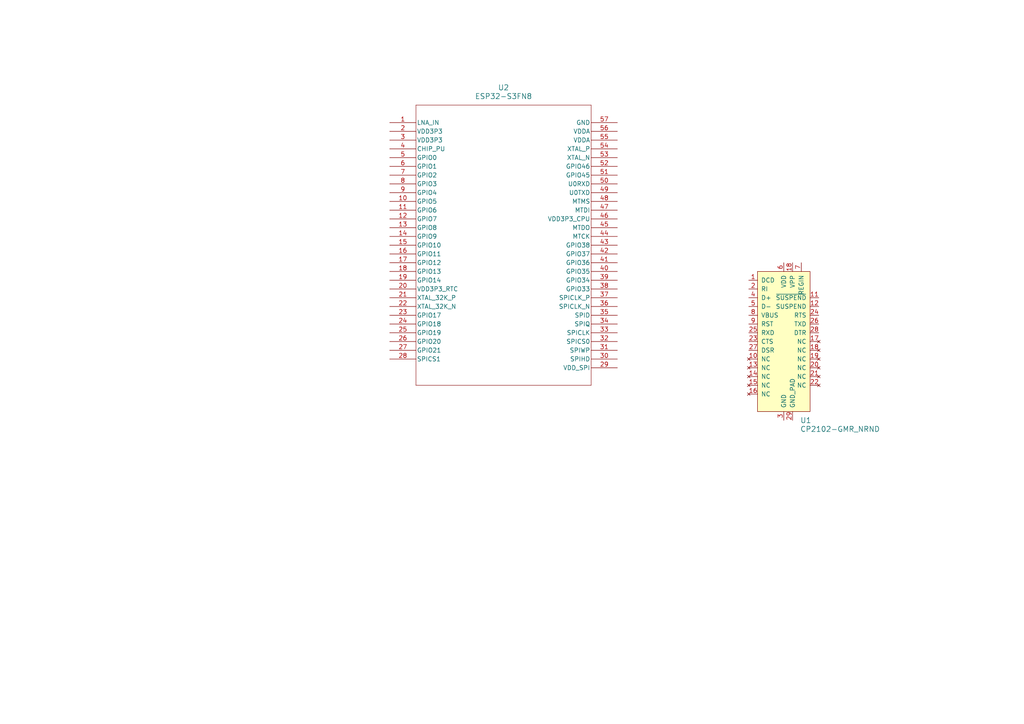
<source format=kicad_sch>
(kicad_sch
	(version 20231120)
	(generator "eeschema")
	(generator_version "8.0")
	(uuid "45c1783d-4fd9-48d8-880e-6a1f801e2f0b")
	(paper "A4")
	(lib_symbols
		(symbol "ESP32-S3FN8:ESP32-S3FN8"
			(pin_names
				(offset 0.254)
			)
			(exclude_from_sim no)
			(in_bom yes)
			(on_board yes)
			(property "Reference" "U"
				(at 33.02 10.16 0)
				(effects
					(font
						(size 1.524 1.524)
					)
				)
			)
			(property "Value" "ESP32-S3FN8"
				(at 33.02 7.62 0)
				(effects
					(font
						(size 1.524 1.524)
					)
				)
			)
			(property "Footprint" "QFN56_7X7_EXP"
				(at 0 0 0)
				(effects
					(font
						(size 1.27 1.27)
						(italic yes)
					)
					(hide yes)
				)
			)
			(property "Datasheet" "ESP32-S3FN8"
				(at 0 0 0)
				(effects
					(font
						(size 1.27 1.27)
						(italic yes)
					)
					(hide yes)
				)
			)
			(property "Description" ""
				(at 0 0 0)
				(effects
					(font
						(size 1.27 1.27)
					)
					(hide yes)
				)
			)
			(property "ki_locked" ""
				(at 0 0 0)
				(effects
					(font
						(size 1.27 1.27)
					)
				)
			)
			(property "ki_keywords" "ESP32-S3FN8"
				(at 0 0 0)
				(effects
					(font
						(size 1.27 1.27)
					)
					(hide yes)
				)
			)
			(property "ki_fp_filters" "QFN56_7X7_EXP QFN56_7X7_EXP-M QFN56_7X7_EXP-L"
				(at 0 0 0)
				(effects
					(font
						(size 1.27 1.27)
					)
					(hide yes)
				)
			)
			(symbol "ESP32-S3FN8_0_1"
				(polyline
					(pts
						(xy 7.62 -76.2) (xy 58.42 -76.2)
					)
					(stroke
						(width 0.127)
						(type default)
					)
					(fill
						(type none)
					)
				)
				(polyline
					(pts
						(xy 7.62 5.08) (xy 7.62 -76.2)
					)
					(stroke
						(width 0.127)
						(type default)
					)
					(fill
						(type none)
					)
				)
				(polyline
					(pts
						(xy 58.42 -76.2) (xy 58.42 5.08)
					)
					(stroke
						(width 0.127)
						(type default)
					)
					(fill
						(type none)
					)
				)
				(polyline
					(pts
						(xy 58.42 5.08) (xy 7.62 5.08)
					)
					(stroke
						(width 0.127)
						(type default)
					)
					(fill
						(type none)
					)
				)
				(pin bidirectional line
					(at 0 0 0)
					(length 7.62)
					(name "LNA_IN"
						(effects
							(font
								(size 1.27 1.27)
							)
						)
					)
					(number "1"
						(effects
							(font
								(size 1.27 1.27)
							)
						)
					)
				)
				(pin bidirectional line
					(at 0 -22.86 0)
					(length 7.62)
					(name "GPIO5"
						(effects
							(font
								(size 1.27 1.27)
							)
						)
					)
					(number "10"
						(effects
							(font
								(size 1.27 1.27)
							)
						)
					)
				)
				(pin bidirectional line
					(at 0 -25.4 0)
					(length 7.62)
					(name "GPIO6"
						(effects
							(font
								(size 1.27 1.27)
							)
						)
					)
					(number "11"
						(effects
							(font
								(size 1.27 1.27)
							)
						)
					)
				)
				(pin bidirectional line
					(at 0 -27.94 0)
					(length 7.62)
					(name "GPIO7"
						(effects
							(font
								(size 1.27 1.27)
							)
						)
					)
					(number "12"
						(effects
							(font
								(size 1.27 1.27)
							)
						)
					)
				)
				(pin bidirectional line
					(at 0 -30.48 0)
					(length 7.62)
					(name "GPIO8"
						(effects
							(font
								(size 1.27 1.27)
							)
						)
					)
					(number "13"
						(effects
							(font
								(size 1.27 1.27)
							)
						)
					)
				)
				(pin bidirectional line
					(at 0 -33.02 0)
					(length 7.62)
					(name "GPIO9"
						(effects
							(font
								(size 1.27 1.27)
							)
						)
					)
					(number "14"
						(effects
							(font
								(size 1.27 1.27)
							)
						)
					)
				)
				(pin bidirectional line
					(at 0 -35.56 0)
					(length 7.62)
					(name "GPIO10"
						(effects
							(font
								(size 1.27 1.27)
							)
						)
					)
					(number "15"
						(effects
							(font
								(size 1.27 1.27)
							)
						)
					)
				)
				(pin bidirectional line
					(at 0 -38.1 0)
					(length 7.62)
					(name "GPIO11"
						(effects
							(font
								(size 1.27 1.27)
							)
						)
					)
					(number "16"
						(effects
							(font
								(size 1.27 1.27)
							)
						)
					)
				)
				(pin bidirectional line
					(at 0 -40.64 0)
					(length 7.62)
					(name "GPIO12"
						(effects
							(font
								(size 1.27 1.27)
							)
						)
					)
					(number "17"
						(effects
							(font
								(size 1.27 1.27)
							)
						)
					)
				)
				(pin bidirectional line
					(at 0 -43.18 0)
					(length 7.62)
					(name "GPIO13"
						(effects
							(font
								(size 1.27 1.27)
							)
						)
					)
					(number "18"
						(effects
							(font
								(size 1.27 1.27)
							)
						)
					)
				)
				(pin bidirectional line
					(at 0 -45.72 0)
					(length 7.62)
					(name "GPIO14"
						(effects
							(font
								(size 1.27 1.27)
							)
						)
					)
					(number "19"
						(effects
							(font
								(size 1.27 1.27)
							)
						)
					)
				)
				(pin power_in line
					(at 0 -2.54 0)
					(length 7.62)
					(name "VDD3P3"
						(effects
							(font
								(size 1.27 1.27)
							)
						)
					)
					(number "2"
						(effects
							(font
								(size 1.27 1.27)
							)
						)
					)
				)
				(pin power_in line
					(at 0 -48.26 0)
					(length 7.62)
					(name "VDD3P3_RTC"
						(effects
							(font
								(size 1.27 1.27)
							)
						)
					)
					(number "20"
						(effects
							(font
								(size 1.27 1.27)
							)
						)
					)
				)
				(pin bidirectional line
					(at 0 -50.8 0)
					(length 7.62)
					(name "XTAL_32K_P"
						(effects
							(font
								(size 1.27 1.27)
							)
						)
					)
					(number "21"
						(effects
							(font
								(size 1.27 1.27)
							)
						)
					)
				)
				(pin bidirectional line
					(at 0 -53.34 0)
					(length 7.62)
					(name "XTAL_32K_N"
						(effects
							(font
								(size 1.27 1.27)
							)
						)
					)
					(number "22"
						(effects
							(font
								(size 1.27 1.27)
							)
						)
					)
				)
				(pin bidirectional line
					(at 0 -55.88 0)
					(length 7.62)
					(name "GPIO17"
						(effects
							(font
								(size 1.27 1.27)
							)
						)
					)
					(number "23"
						(effects
							(font
								(size 1.27 1.27)
							)
						)
					)
				)
				(pin bidirectional line
					(at 0 -58.42 0)
					(length 7.62)
					(name "GPIO18"
						(effects
							(font
								(size 1.27 1.27)
							)
						)
					)
					(number "24"
						(effects
							(font
								(size 1.27 1.27)
							)
						)
					)
				)
				(pin bidirectional line
					(at 0 -60.96 0)
					(length 7.62)
					(name "GPIO19"
						(effects
							(font
								(size 1.27 1.27)
							)
						)
					)
					(number "25"
						(effects
							(font
								(size 1.27 1.27)
							)
						)
					)
				)
				(pin bidirectional line
					(at 0 -63.5 0)
					(length 7.62)
					(name "GPIO20"
						(effects
							(font
								(size 1.27 1.27)
							)
						)
					)
					(number "26"
						(effects
							(font
								(size 1.27 1.27)
							)
						)
					)
				)
				(pin bidirectional line
					(at 0 -66.04 0)
					(length 7.62)
					(name "GPIO21"
						(effects
							(font
								(size 1.27 1.27)
							)
						)
					)
					(number "27"
						(effects
							(font
								(size 1.27 1.27)
							)
						)
					)
				)
				(pin bidirectional line
					(at 0 -68.58 0)
					(length 7.62)
					(name "SPICS1"
						(effects
							(font
								(size 1.27 1.27)
							)
						)
					)
					(number "28"
						(effects
							(font
								(size 1.27 1.27)
							)
						)
					)
				)
				(pin power_in line
					(at 66.04 -71.12 180)
					(length 7.62)
					(name "VDD_SPI"
						(effects
							(font
								(size 1.27 1.27)
							)
						)
					)
					(number "29"
						(effects
							(font
								(size 1.27 1.27)
							)
						)
					)
				)
				(pin power_in line
					(at 0 -5.08 0)
					(length 7.62)
					(name "VDD3P3"
						(effects
							(font
								(size 1.27 1.27)
							)
						)
					)
					(number "3"
						(effects
							(font
								(size 1.27 1.27)
							)
						)
					)
				)
				(pin bidirectional line
					(at 66.04 -68.58 180)
					(length 7.62)
					(name "SPIHD"
						(effects
							(font
								(size 1.27 1.27)
							)
						)
					)
					(number "30"
						(effects
							(font
								(size 1.27 1.27)
							)
						)
					)
				)
				(pin bidirectional line
					(at 66.04 -66.04 180)
					(length 7.62)
					(name "SPIWP"
						(effects
							(font
								(size 1.27 1.27)
							)
						)
					)
					(number "31"
						(effects
							(font
								(size 1.27 1.27)
							)
						)
					)
				)
				(pin bidirectional line
					(at 66.04 -63.5 180)
					(length 7.62)
					(name "SPICS0"
						(effects
							(font
								(size 1.27 1.27)
							)
						)
					)
					(number "32"
						(effects
							(font
								(size 1.27 1.27)
							)
						)
					)
				)
				(pin bidirectional line
					(at 66.04 -60.96 180)
					(length 7.62)
					(name "SPICLK"
						(effects
							(font
								(size 1.27 1.27)
							)
						)
					)
					(number "33"
						(effects
							(font
								(size 1.27 1.27)
							)
						)
					)
				)
				(pin bidirectional line
					(at 66.04 -58.42 180)
					(length 7.62)
					(name "SPIQ"
						(effects
							(font
								(size 1.27 1.27)
							)
						)
					)
					(number "34"
						(effects
							(font
								(size 1.27 1.27)
							)
						)
					)
				)
				(pin bidirectional line
					(at 66.04 -55.88 180)
					(length 7.62)
					(name "SPID"
						(effects
							(font
								(size 1.27 1.27)
							)
						)
					)
					(number "35"
						(effects
							(font
								(size 1.27 1.27)
							)
						)
					)
				)
				(pin bidirectional line
					(at 66.04 -53.34 180)
					(length 7.62)
					(name "SPICLK_N"
						(effects
							(font
								(size 1.27 1.27)
							)
						)
					)
					(number "36"
						(effects
							(font
								(size 1.27 1.27)
							)
						)
					)
				)
				(pin bidirectional line
					(at 66.04 -50.8 180)
					(length 7.62)
					(name "SPICLK_P"
						(effects
							(font
								(size 1.27 1.27)
							)
						)
					)
					(number "37"
						(effects
							(font
								(size 1.27 1.27)
							)
						)
					)
				)
				(pin bidirectional line
					(at 66.04 -48.26 180)
					(length 7.62)
					(name "GPIO33"
						(effects
							(font
								(size 1.27 1.27)
							)
						)
					)
					(number "38"
						(effects
							(font
								(size 1.27 1.27)
							)
						)
					)
				)
				(pin bidirectional line
					(at 66.04 -45.72 180)
					(length 7.62)
					(name "GPIO34"
						(effects
							(font
								(size 1.27 1.27)
							)
						)
					)
					(number "39"
						(effects
							(font
								(size 1.27 1.27)
							)
						)
					)
				)
				(pin input line
					(at 0 -7.62 0)
					(length 7.62)
					(name "CHIP_PU"
						(effects
							(font
								(size 1.27 1.27)
							)
						)
					)
					(number "4"
						(effects
							(font
								(size 1.27 1.27)
							)
						)
					)
				)
				(pin bidirectional line
					(at 66.04 -43.18 180)
					(length 7.62)
					(name "GPIO35"
						(effects
							(font
								(size 1.27 1.27)
							)
						)
					)
					(number "40"
						(effects
							(font
								(size 1.27 1.27)
							)
						)
					)
				)
				(pin bidirectional line
					(at 66.04 -40.64 180)
					(length 7.62)
					(name "GPIO36"
						(effects
							(font
								(size 1.27 1.27)
							)
						)
					)
					(number "41"
						(effects
							(font
								(size 1.27 1.27)
							)
						)
					)
				)
				(pin bidirectional line
					(at 66.04 -38.1 180)
					(length 7.62)
					(name "GPIO37"
						(effects
							(font
								(size 1.27 1.27)
							)
						)
					)
					(number "42"
						(effects
							(font
								(size 1.27 1.27)
							)
						)
					)
				)
				(pin bidirectional line
					(at 66.04 -35.56 180)
					(length 7.62)
					(name "GPIO38"
						(effects
							(font
								(size 1.27 1.27)
							)
						)
					)
					(number "43"
						(effects
							(font
								(size 1.27 1.27)
							)
						)
					)
				)
				(pin bidirectional line
					(at 66.04 -33.02 180)
					(length 7.62)
					(name "MTCK"
						(effects
							(font
								(size 1.27 1.27)
							)
						)
					)
					(number "44"
						(effects
							(font
								(size 1.27 1.27)
							)
						)
					)
				)
				(pin bidirectional line
					(at 66.04 -30.48 180)
					(length 7.62)
					(name "MTDO"
						(effects
							(font
								(size 1.27 1.27)
							)
						)
					)
					(number "45"
						(effects
							(font
								(size 1.27 1.27)
							)
						)
					)
				)
				(pin power_in line
					(at 66.04 -27.94 180)
					(length 7.62)
					(name "VDD3P3_CPU"
						(effects
							(font
								(size 1.27 1.27)
							)
						)
					)
					(number "46"
						(effects
							(font
								(size 1.27 1.27)
							)
						)
					)
				)
				(pin bidirectional line
					(at 66.04 -25.4 180)
					(length 7.62)
					(name "MTDI"
						(effects
							(font
								(size 1.27 1.27)
							)
						)
					)
					(number "47"
						(effects
							(font
								(size 1.27 1.27)
							)
						)
					)
				)
				(pin bidirectional line
					(at 66.04 -22.86 180)
					(length 7.62)
					(name "MTMS"
						(effects
							(font
								(size 1.27 1.27)
							)
						)
					)
					(number "48"
						(effects
							(font
								(size 1.27 1.27)
							)
						)
					)
				)
				(pin bidirectional line
					(at 66.04 -20.32 180)
					(length 7.62)
					(name "U0TXD"
						(effects
							(font
								(size 1.27 1.27)
							)
						)
					)
					(number "49"
						(effects
							(font
								(size 1.27 1.27)
							)
						)
					)
				)
				(pin bidirectional line
					(at 0 -10.16 0)
					(length 7.62)
					(name "GPIO0"
						(effects
							(font
								(size 1.27 1.27)
							)
						)
					)
					(number "5"
						(effects
							(font
								(size 1.27 1.27)
							)
						)
					)
				)
				(pin bidirectional line
					(at 66.04 -17.78 180)
					(length 7.62)
					(name "U0RXD"
						(effects
							(font
								(size 1.27 1.27)
							)
						)
					)
					(number "50"
						(effects
							(font
								(size 1.27 1.27)
							)
						)
					)
				)
				(pin bidirectional line
					(at 66.04 -15.24 180)
					(length 7.62)
					(name "GPIO45"
						(effects
							(font
								(size 1.27 1.27)
							)
						)
					)
					(number "51"
						(effects
							(font
								(size 1.27 1.27)
							)
						)
					)
				)
				(pin bidirectional line
					(at 66.04 -12.7 180)
					(length 7.62)
					(name "GPIO46"
						(effects
							(font
								(size 1.27 1.27)
							)
						)
					)
					(number "52"
						(effects
							(font
								(size 1.27 1.27)
							)
						)
					)
				)
				(pin output line
					(at 66.04 -10.16 180)
					(length 7.62)
					(name "XTAL_N"
						(effects
							(font
								(size 1.27 1.27)
							)
						)
					)
					(number "53"
						(effects
							(font
								(size 1.27 1.27)
							)
						)
					)
				)
				(pin input line
					(at 66.04 -7.62 180)
					(length 7.62)
					(name "XTAL_P"
						(effects
							(font
								(size 1.27 1.27)
							)
						)
					)
					(number "54"
						(effects
							(font
								(size 1.27 1.27)
							)
						)
					)
				)
				(pin power_in line
					(at 66.04 -5.08 180)
					(length 7.62)
					(name "VDDA"
						(effects
							(font
								(size 1.27 1.27)
							)
						)
					)
					(number "55"
						(effects
							(font
								(size 1.27 1.27)
							)
						)
					)
				)
				(pin power_in line
					(at 66.04 -2.54 180)
					(length 7.62)
					(name "VDDA"
						(effects
							(font
								(size 1.27 1.27)
							)
						)
					)
					(number "56"
						(effects
							(font
								(size 1.27 1.27)
							)
						)
					)
				)
				(pin power_out line
					(at 66.04 0 180)
					(length 7.62)
					(name "GND"
						(effects
							(font
								(size 1.27 1.27)
							)
						)
					)
					(number "57"
						(effects
							(font
								(size 1.27 1.27)
							)
						)
					)
				)
				(pin bidirectional line
					(at 0 -12.7 0)
					(length 7.62)
					(name "GPIO1"
						(effects
							(font
								(size 1.27 1.27)
							)
						)
					)
					(number "6"
						(effects
							(font
								(size 1.27 1.27)
							)
						)
					)
				)
				(pin bidirectional line
					(at 0 -15.24 0)
					(length 7.62)
					(name "GPIO2"
						(effects
							(font
								(size 1.27 1.27)
							)
						)
					)
					(number "7"
						(effects
							(font
								(size 1.27 1.27)
							)
						)
					)
				)
				(pin bidirectional line
					(at 0 -17.78 0)
					(length 7.62)
					(name "GPIO3"
						(effects
							(font
								(size 1.27 1.27)
							)
						)
					)
					(number "8"
						(effects
							(font
								(size 1.27 1.27)
							)
						)
					)
				)
				(pin bidirectional line
					(at 0 -20.32 0)
					(length 7.62)
					(name "GPIO4"
						(effects
							(font
								(size 1.27 1.27)
							)
						)
					)
					(number "9"
						(effects
							(font
								(size 1.27 1.27)
							)
						)
					)
				)
			)
		)
		(symbol "dk_Interface-Controllers:CP2102-GMR_NRND"
			(pin_names
				(offset 1.016)
			)
			(exclude_from_sim no)
			(in_bom yes)
			(on_board yes)
			(property "Reference" "U"
				(at -2.54 19.05 0)
				(effects
					(font
						(size 1.524 1.524)
					)
				)
			)
			(property "Value" "CP2102-GMR_NRND"
				(at 2.54 -5.08 90)
				(effects
					(font
						(size 1.524 1.524)
					)
				)
			)
			(property "Footprint" "digikey-footprints:VFQFN-28-1EP_5x5mm"
				(at 5.08 5.08 0)
				(effects
					(font
						(size 1.524 1.524)
					)
					(justify left)
					(hide yes)
				)
			)
			(property "Datasheet" "https://www.silabs.com/documents/public/data-sheets/CP2102-9.pdf"
				(at 5.08 7.62 0)
				(effects
					(font
						(size 1.524 1.524)
					)
					(justify left)
					(hide yes)
				)
			)
			(property "Description" "IC USB-TO-UART BRIDGE 28VQFN"
				(at 0 0 0)
				(effects
					(font
						(size 1.27 1.27)
					)
					(hide yes)
				)
			)
			(property "Digi-Key_PN" "336-1160-1-ND"
				(at 5.08 10.16 0)
				(effects
					(font
						(size 1.524 1.524)
					)
					(justify left)
					(hide yes)
				)
			)
			(property "MPN" "CP2102-GMR"
				(at 5.08 12.7 0)
				(effects
					(font
						(size 1.524 1.524)
					)
					(justify left)
					(hide yes)
				)
			)
			(property "Category" "Integrated Circuits (ICs)"
				(at 5.08 15.24 0)
				(effects
					(font
						(size 1.524 1.524)
					)
					(justify left)
					(hide yes)
				)
			)
			(property "Family" "Interface - Controllers"
				(at 5.08 17.78 0)
				(effects
					(font
						(size 1.524 1.524)
					)
					(justify left)
					(hide yes)
				)
			)
			(property "DK_Datasheet_Link" "https://www.silabs.com/documents/public/data-sheets/CP2102-9.pdf"
				(at 5.08 20.32 0)
				(effects
					(font
						(size 1.524 1.524)
					)
					(justify left)
					(hide yes)
				)
			)
			(property "DK_Detail_Page" "/product-detail/en/silicon-labs/CP2102-GMR/336-1160-1-ND/3672615"
				(at 5.08 22.86 0)
				(effects
					(font
						(size 1.524 1.524)
					)
					(justify left)
					(hide yes)
				)
			)
			(property "Description_1" "IC USB-TO-UART BRIDGE 28VQFN"
				(at 5.08 25.4 0)
				(effects
					(font
						(size 1.524 1.524)
					)
					(justify left)
					(hide yes)
				)
			)
			(property "Manufacturer" "Silicon Labs"
				(at 5.08 27.94 0)
				(effects
					(font
						(size 1.524 1.524)
					)
					(justify left)
					(hide yes)
				)
			)
			(property "Status" "Not For New Designs"
				(at 5.08 30.48 0)
				(effects
					(font
						(size 1.524 1.524)
					)
					(justify left)
					(hide yes)
				)
			)
			(property "ki_keywords" "336-1160-1-ND"
				(at 0 0 0)
				(effects
					(font
						(size 1.27 1.27)
					)
					(hide yes)
				)
			)
			(symbol "CP2102-GMR_NRND_0_1"
				(rectangle
					(start -5.08 17.78)
					(end 10.16 -22.86)
					(stroke
						(width 0)
						(type solid)
					)
					(fill
						(type background)
					)
				)
			)
			(symbol "CP2102-GMR_NRND_1_1"
				(pin input line
					(at -7.62 15.24 0)
					(length 2.54)
					(name "DCD"
						(effects
							(font
								(size 1.27 1.27)
							)
						)
					)
					(number "1"
						(effects
							(font
								(size 1.27 1.27)
							)
						)
					)
				)
				(pin no_connect line
					(at -7.62 -7.62 0)
					(length 2.54)
					(name "NC"
						(effects
							(font
								(size 1.27 1.27)
							)
						)
					)
					(number "10"
						(effects
							(font
								(size 1.27 1.27)
							)
						)
					)
				)
				(pin output line
					(at 12.7 10.16 180)
					(length 2.54)
					(name "~{SUSPEND}"
						(effects
							(font
								(size 1.27 1.27)
							)
						)
					)
					(number "11"
						(effects
							(font
								(size 1.27 1.27)
							)
						)
					)
				)
				(pin output line
					(at 12.7 7.62 180)
					(length 2.54)
					(name "SUSPEND"
						(effects
							(font
								(size 1.27 1.27)
							)
						)
					)
					(number "12"
						(effects
							(font
								(size 1.27 1.27)
							)
						)
					)
				)
				(pin no_connect line
					(at -7.62 -10.16 0)
					(length 2.54)
					(name "NC"
						(effects
							(font
								(size 1.27 1.27)
							)
						)
					)
					(number "13"
						(effects
							(font
								(size 1.27 1.27)
							)
						)
					)
				)
				(pin no_connect line
					(at -7.62 -12.7 0)
					(length 2.54)
					(name "NC"
						(effects
							(font
								(size 1.27 1.27)
							)
						)
					)
					(number "14"
						(effects
							(font
								(size 1.27 1.27)
							)
						)
					)
				)
				(pin no_connect line
					(at -7.62 -15.24 0)
					(length 2.54)
					(name "NC"
						(effects
							(font
								(size 1.27 1.27)
							)
						)
					)
					(number "15"
						(effects
							(font
								(size 1.27 1.27)
							)
						)
					)
				)
				(pin no_connect line
					(at -7.62 -17.78 0)
					(length 2.54)
					(name "NC"
						(effects
							(font
								(size 1.27 1.27)
							)
						)
					)
					(number "16"
						(effects
							(font
								(size 1.27 1.27)
							)
						)
					)
				)
				(pin no_connect line
					(at 12.7 -2.54 180)
					(length 2.54)
					(name "NC"
						(effects
							(font
								(size 1.27 1.27)
							)
						)
					)
					(number "17"
						(effects
							(font
								(size 1.27 1.27)
							)
						)
					)
				)
				(pin no_connect line
					(at 12.7 -5.08 180)
					(length 2.54)
					(name "NC"
						(effects
							(font
								(size 1.27 1.27)
							)
						)
					)
					(number "18"
						(effects
							(font
								(size 1.27 1.27)
							)
						)
					)
				)
				(pin power_in line
					(at 5.08 20.32 270)
					(length 2.54)
					(name "VPP"
						(effects
							(font
								(size 1.27 1.27)
							)
						)
					)
					(number "18"
						(effects
							(font
								(size 1.27 1.27)
							)
						)
					)
				)
				(pin no_connect line
					(at 12.7 -7.62 180)
					(length 2.54)
					(name "NC"
						(effects
							(font
								(size 1.27 1.27)
							)
						)
					)
					(number "19"
						(effects
							(font
								(size 1.27 1.27)
							)
						)
					)
				)
				(pin input line
					(at -7.62 12.7 0)
					(length 2.54)
					(name "RI"
						(effects
							(font
								(size 1.27 1.27)
							)
						)
					)
					(number "2"
						(effects
							(font
								(size 1.27 1.27)
							)
						)
					)
				)
				(pin no_connect line
					(at 12.7 -10.16 180)
					(length 2.54)
					(name "NC"
						(effects
							(font
								(size 1.27 1.27)
							)
						)
					)
					(number "20"
						(effects
							(font
								(size 1.27 1.27)
							)
						)
					)
				)
				(pin no_connect line
					(at 12.7 -12.7 180)
					(length 2.54)
					(name "NC"
						(effects
							(font
								(size 1.27 1.27)
							)
						)
					)
					(number "21"
						(effects
							(font
								(size 1.27 1.27)
							)
						)
					)
				)
				(pin no_connect line
					(at 12.7 -15.24 180)
					(length 2.54)
					(name "NC"
						(effects
							(font
								(size 1.27 1.27)
							)
						)
					)
					(number "22"
						(effects
							(font
								(size 1.27 1.27)
							)
						)
					)
				)
				(pin input line
					(at -7.62 -2.54 0)
					(length 2.54)
					(name "CTS"
						(effects
							(font
								(size 1.27 1.27)
							)
						)
					)
					(number "23"
						(effects
							(font
								(size 1.27 1.27)
							)
						)
					)
				)
				(pin output line
					(at 12.7 5.08 180)
					(length 2.54)
					(name "RTS"
						(effects
							(font
								(size 1.27 1.27)
							)
						)
					)
					(number "24"
						(effects
							(font
								(size 1.27 1.27)
							)
						)
					)
				)
				(pin input line
					(at -7.62 0 0)
					(length 2.54)
					(name "RXD"
						(effects
							(font
								(size 1.27 1.27)
							)
						)
					)
					(number "25"
						(effects
							(font
								(size 1.27 1.27)
							)
						)
					)
				)
				(pin output line
					(at 12.7 2.54 180)
					(length 2.54)
					(name "TXD"
						(effects
							(font
								(size 1.27 1.27)
							)
						)
					)
					(number "26"
						(effects
							(font
								(size 1.27 1.27)
							)
						)
					)
				)
				(pin input line
					(at -7.62 -5.08 0)
					(length 2.54)
					(name "DSR"
						(effects
							(font
								(size 1.27 1.27)
							)
						)
					)
					(number "27"
						(effects
							(font
								(size 1.27 1.27)
							)
						)
					)
				)
				(pin output line
					(at 12.7 0 180)
					(length 2.54)
					(name "DTR"
						(effects
							(font
								(size 1.27 1.27)
							)
						)
					)
					(number "28"
						(effects
							(font
								(size 1.27 1.27)
							)
						)
					)
				)
				(pin power_in line
					(at 5.08 -25.4 90)
					(length 2.54)
					(name "GND_PAD"
						(effects
							(font
								(size 1.27 1.27)
							)
						)
					)
					(number "29"
						(effects
							(font
								(size 1.27 1.27)
							)
						)
					)
				)
				(pin power_in line
					(at 2.54 -25.4 90)
					(length 2.54)
					(name "GND"
						(effects
							(font
								(size 1.27 1.27)
							)
						)
					)
					(number "3"
						(effects
							(font
								(size 1.27 1.27)
							)
						)
					)
				)
				(pin bidirectional line
					(at -7.62 10.16 0)
					(length 2.54)
					(name "D+"
						(effects
							(font
								(size 1.27 1.27)
							)
						)
					)
					(number "4"
						(effects
							(font
								(size 1.27 1.27)
							)
						)
					)
				)
				(pin bidirectional line
					(at -7.62 7.62 0)
					(length 2.54)
					(name "D-"
						(effects
							(font
								(size 1.27 1.27)
							)
						)
					)
					(number "5"
						(effects
							(font
								(size 1.27 1.27)
							)
						)
					)
				)
				(pin passive line
					(at 2.54 20.32 270)
					(length 2.54)
					(name "VDD"
						(effects
							(font
								(size 1.27 1.27)
							)
						)
					)
					(number "6"
						(effects
							(font
								(size 1.27 1.27)
							)
						)
					)
				)
				(pin power_in line
					(at 7.62 20.32 270)
					(length 2.54)
					(name "REGIN"
						(effects
							(font
								(size 1.27 1.27)
							)
						)
					)
					(number "7"
						(effects
							(font
								(size 1.27 1.27)
							)
						)
					)
				)
				(pin input line
					(at -7.62 5.08 0)
					(length 2.54)
					(name "VBUS"
						(effects
							(font
								(size 1.27 1.27)
							)
						)
					)
					(number "8"
						(effects
							(font
								(size 1.27 1.27)
							)
						)
					)
				)
				(pin bidirectional line
					(at -7.62 2.54 0)
					(length 2.54)
					(name "RST"
						(effects
							(font
								(size 1.27 1.27)
							)
						)
					)
					(number "9"
						(effects
							(font
								(size 1.27 1.27)
							)
						)
					)
				)
			)
		)
	)
	(symbol
		(lib_id "dk_Interface-Controllers:CP2102-GMR_NRND")
		(at 224.79 96.52 0)
		(unit 1)
		(exclude_from_sim no)
		(in_bom yes)
		(on_board yes)
		(dnp no)
		(fields_autoplaced yes)
		(uuid "4993a8c2-278d-44bb-b95c-e4381c0da58d")
		(property "Reference" "U1"
			(at 232.0641 121.92 0)
			(effects
				(font
					(size 1.524 1.524)
				)
				(justify left)
			)
		)
		(property "Value" "CP2102-GMR_NRND"
			(at 232.0641 124.46 0)
			(effects
				(font
					(size 1.524 1.524)
				)
				(justify left)
			)
		)
		(property "Footprint" "digikey-footprints:VFQFN-28-1EP_5x5mm"
			(at 229.87 91.44 0)
			(effects
				(font
					(size 1.524 1.524)
				)
				(justify left)
				(hide yes)
			)
		)
		(property "Datasheet" "https://www.silabs.com/documents/public/data-sheets/CP2102-9.pdf"
			(at 229.87 88.9 0)
			(effects
				(font
					(size 1.524 1.524)
				)
				(justify left)
				(hide yes)
			)
		)
		(property "Description" "IC USB-TO-UART BRIDGE 28VQFN"
			(at 224.79 96.52 0)
			(effects
				(font
					(size 1.27 1.27)
				)
				(hide yes)
			)
		)
		(property "Digi-Key_PN" "336-1160-1-ND"
			(at 229.87 86.36 0)
			(effects
				(font
					(size 1.524 1.524)
				)
				(justify left)
				(hide yes)
			)
		)
		(property "MPN" "CP2102-GMR"
			(at 229.87 83.82 0)
			(effects
				(font
					(size 1.524 1.524)
				)
				(justify left)
				(hide yes)
			)
		)
		(property "Category" "Integrated Circuits (ICs)"
			(at 229.87 81.28 0)
			(effects
				(font
					(size 1.524 1.524)
				)
				(justify left)
				(hide yes)
			)
		)
		(property "Family" "Interface - Controllers"
			(at 229.87 78.74 0)
			(effects
				(font
					(size 1.524 1.524)
				)
				(justify left)
				(hide yes)
			)
		)
		(property "DK_Datasheet_Link" "https://www.silabs.com/documents/public/data-sheets/CP2102-9.pdf"
			(at 229.87 76.2 0)
			(effects
				(font
					(size 1.524 1.524)
				)
				(justify left)
				(hide yes)
			)
		)
		(property "DK_Detail_Page" "/product-detail/en/silicon-labs/CP2102-GMR/336-1160-1-ND/3672615"
			(at 229.87 73.66 0)
			(effects
				(font
					(size 1.524 1.524)
				)
				(justify left)
				(hide yes)
			)
		)
		(property "Description_1" "IC USB-TO-UART BRIDGE 28VQFN"
			(at 229.87 71.12 0)
			(effects
				(font
					(size 1.524 1.524)
				)
				(justify left)
				(hide yes)
			)
		)
		(property "Manufacturer" "Silicon Labs"
			(at 229.87 68.58 0)
			(effects
				(font
					(size 1.524 1.524)
				)
				(justify left)
				(hide yes)
			)
		)
		(property "Status" "Not For New Designs"
			(at 229.87 66.04 0)
			(effects
				(font
					(size 1.524 1.524)
				)
				(justify left)
				(hide yes)
			)
		)
		(pin "9"
			(uuid "34a6626f-54e0-489f-891e-d6ed39e60ba5")
		)
		(pin "28"
			(uuid "819061cd-103e-4053-9ad6-d3ae14f4df19")
		)
		(pin "18"
			(uuid "e3725585-c0bb-4c97-99f6-c5cd4e8f5ef2")
		)
		(pin "16"
			(uuid "dc0a99dd-d0a6-4a5e-a732-2d6057f27d7c")
		)
		(pin "23"
			(uuid "2f86814e-7006-4999-9768-3ad2c56ff208")
		)
		(pin "26"
			(uuid "7b7db804-238e-49c1-bafa-90f72196959d")
		)
		(pin "25"
			(uuid "45d528c1-ca81-4f42-9d89-f8e21b29abb6")
		)
		(pin "19"
			(uuid "45bed3c0-1ce1-4f09-b48f-f9e362ba0823")
		)
		(pin "5"
			(uuid "d6205b3e-1ce4-4da2-b95a-b4440e59b609")
		)
		(pin "6"
			(uuid "243f0c43-9019-414a-9b12-3d6bc9785fd3")
		)
		(pin "11"
			(uuid "29596220-e89c-427c-9fa6-299dd5bef736")
		)
		(pin "10"
			(uuid "e77c88c0-3f63-40ff-8b21-dfff5fdeaa4e")
		)
		(pin "8"
			(uuid "e2be3a3c-91d3-4879-9272-336b1899808c")
		)
		(pin "12"
			(uuid "1c0b731f-dcad-4c77-b964-47e5973dad9c")
		)
		(pin "4"
			(uuid "f92922a1-b03a-4ffc-81ed-ffcee74a2b4d")
		)
		(pin "15"
			(uuid "ebc848b3-b305-4f3f-b05d-6833ec64027b")
		)
		(pin "27"
			(uuid "b5971538-25cf-454e-9ee6-8fb79ca18084")
		)
		(pin "3"
			(uuid "bf6c1859-53f8-496d-91c6-6d1852ea1235")
		)
		(pin "24"
			(uuid "052ba2ce-468c-426e-80dc-54b92a1a58c6")
		)
		(pin "1"
			(uuid "deeebb2f-aec8-4f64-bd5a-c6fc264c5a28")
		)
		(pin "29"
			(uuid "9bc2b491-ea6b-472d-a9dc-3744869fae0f")
		)
		(pin "18"
			(uuid "6ee6ea0e-cae8-4233-9970-a626e6858eb6")
		)
		(pin "14"
			(uuid "cd896b3c-dd49-4409-a3c4-c21dac663b4a")
		)
		(pin "7"
			(uuid "515a4dd8-3c01-4da9-aa1a-e5d1ffa8206f")
		)
		(pin "22"
			(uuid "04f9a517-84b3-4d8f-8c19-50864c0a8d6a")
		)
		(pin "20"
			(uuid "8a2d28c8-2e06-41b8-bbb3-fd0c203305fd")
		)
		(pin "21"
			(uuid "11ff775f-237f-4856-8112-f216f28ca62e")
		)
		(pin "13"
			(uuid "c42db972-8009-4ac4-a22a-cd26d5507afd")
		)
		(pin "2"
			(uuid "a15fb50f-776a-45e2-90f2-6ee2334afbe0")
		)
		(pin "17"
			(uuid "9b523e37-9d57-491f-af8b-692a3932a23c")
		)
		(instances
			(project ""
				(path "/45c1783d-4fd9-48d8-880e-6a1f801e2f0b"
					(reference "U1")
					(unit 1)
				)
			)
		)
	)
	(symbol
		(lib_id "ESP32-S3FN8:ESP32-S3FN8")
		(at 113.03 35.56 0)
		(unit 1)
		(exclude_from_sim no)
		(in_bom yes)
		(on_board yes)
		(dnp no)
		(fields_autoplaced yes)
		(uuid "c24412e3-dada-443c-af9f-2320f1bf8025")
		(property "Reference" "U2"
			(at 146.05 25.4 0)
			(effects
				(font
					(size 1.524 1.524)
				)
			)
		)
		(property "Value" "ESP32-S3FN8"
			(at 146.05 27.94 0)
			(effects
				(font
					(size 1.524 1.524)
				)
			)
		)
		(property "Footprint" "digikey-footprints:QFN56_7X7_EXP"
			(at 113.03 35.56 0)
			(effects
				(font
					(size 1.27 1.27)
					(italic yes)
				)
				(hide yes)
			)
		)
		(property "Datasheet" "ESP32-S3FN8"
			(at 113.03 35.56 0)
			(effects
				(font
					(size 1.27 1.27)
					(italic yes)
				)
				(hide yes)
			)
		)
		(property "Description" ""
			(at 113.03 35.56 0)
			(effects
				(font
					(size 1.27 1.27)
				)
				(hide yes)
			)
		)
		(pin "47"
			(uuid "e2356869-1b8c-4160-b3cb-6ee88acacd1c")
		)
		(pin "21"
			(uuid "21c8cc7f-1cb2-4979-bf37-c7b94949ef28")
		)
		(pin "25"
			(uuid "244e5d3f-0ed6-4889-91da-23c80a0b7a9b")
		)
		(pin "4"
			(uuid "0c3d7f7b-30c0-421d-b163-04269277f71f")
		)
		(pin "5"
			(uuid "f286bc47-90de-4fcf-a197-cb6698e45f7b")
		)
		(pin "20"
			(uuid "7b1aed30-2095-493a-baaa-088675a88fd2")
		)
		(pin "26"
			(uuid "c82db2b8-87b9-4b40-85c6-13ca9db53b57")
		)
		(pin "11"
			(uuid "d1898036-ba73-415d-aec6-8eeb08ae04cf")
		)
		(pin "46"
			(uuid "17bd22c7-bf86-4e9c-9f7e-99302b73be8d")
		)
		(pin "27"
			(uuid "d20c51d3-a3ad-40ce-a289-5d0476f96291")
		)
		(pin "23"
			(uuid "9d979ff7-28fe-4bb6-9bfc-f419a05f1822")
		)
		(pin "18"
			(uuid "447b8bb9-59fc-4c03-9f5b-682ad935a0cc")
		)
		(pin "48"
			(uuid "51cfd142-eba9-423f-acc6-ec5434970d0a")
		)
		(pin "10"
			(uuid "a2c32e78-19e6-4bfa-906b-fdd4eb0e8e43")
		)
		(pin "15"
			(uuid "ab076803-24cb-41c9-a8d7-1de90c7f6176")
		)
		(pin "14"
			(uuid "6cbebcaf-b272-479e-b0f4-4a3c79abef43")
		)
		(pin "37"
			(uuid "890a2c9d-2b4c-47c5-9c79-b25fbebf1814")
		)
		(pin "17"
			(uuid "89a0e4ff-14f2-41eb-95df-0f1838619482")
		)
		(pin "45"
			(uuid "4324c5ea-d819-47e7-9d52-edeb135733cf")
		)
		(pin "52"
			(uuid "aab765a5-2447-4077-8f02-37554d2cad27")
		)
		(pin "30"
			(uuid "754be0af-02f7-4172-91e3-92dbbec04d85")
		)
		(pin "16"
			(uuid "229e7a01-cb6f-4bb9-ae5d-c6069c23d788")
		)
		(pin "40"
			(uuid "0965d95e-b1c3-462c-8c1f-ab8eaea4981d")
		)
		(pin "51"
			(uuid "d95c19ca-e42c-450f-9329-27944b57e31d")
		)
		(pin "53"
			(uuid "3bb2fb18-a413-4189-a1a5-59d578915d57")
		)
		(pin "54"
			(uuid "8a45015e-1ec3-4b18-a805-9653d51c544a")
		)
		(pin "6"
			(uuid "c7c26fcc-2c5d-45a4-bf4c-88979b6f5e9f")
		)
		(pin "9"
			(uuid "4709229d-503e-47de-a3f2-300319dd2b56")
		)
		(pin "1"
			(uuid "94c63cb5-6076-4ab2-af7d-dbd65c6a06e6")
		)
		(pin "55"
			(uuid "eff30e9a-4e00-48de-a1b8-ef9221f77700")
		)
		(pin "36"
			(uuid "8a7b50f3-ce7d-4886-838a-6b7f93cd3130")
		)
		(pin "24"
			(uuid "e600a4cc-6389-4cfd-b54d-c09f0f53d9ac")
		)
		(pin "43"
			(uuid "a508d48c-b3d2-4917-94c2-66841a17a7c7")
		)
		(pin "44"
			(uuid "a3672a83-30cc-4a99-a88b-5b445b39c860")
		)
		(pin "22"
			(uuid "1b2e9d1b-d378-4dd7-b67f-84fe5baae7d5")
		)
		(pin "56"
			(uuid "afb4e04f-ef9c-4c6d-ad33-a5659f87f048")
		)
		(pin "35"
			(uuid "1cc9b288-ea58-4ecf-bde7-5ba468b1cf5d")
		)
		(pin "13"
			(uuid "aed3f772-74ad-48e4-993e-d07f7a8d9fd5")
		)
		(pin "34"
			(uuid "fd065ee3-0d19-44b6-ac71-28b2db52576c")
		)
		(pin "8"
			(uuid "c25ac546-ba3f-405d-84a4-c47acf81f10d")
		)
		(pin "29"
			(uuid "5e6cfa49-ade6-463c-90f7-1514a4aeb1a7")
		)
		(pin "2"
			(uuid "ccb2873c-424c-40b6-9ac5-4b5c429071c8")
		)
		(pin "32"
			(uuid "a3e3cd18-2433-4fa4-89a4-008d79200fb8")
		)
		(pin "50"
			(uuid "f7319b2b-8459-46ae-85c2-5e16e424ce7e")
		)
		(pin "31"
			(uuid "44fe22b9-c4f1-4940-8464-dc3be863868b")
		)
		(pin "57"
			(uuid "d2428818-f563-44de-971e-db82b00baadd")
		)
		(pin "3"
			(uuid "112e6cdc-1d47-46c0-8c7c-b30deed58a42")
		)
		(pin "38"
			(uuid "94d7aeda-a78c-402a-9cf3-6d87f87c078c")
		)
		(pin "33"
			(uuid "c2fb8fe7-c178-4496-8a6d-ad7c2758cf78")
		)
		(pin "19"
			(uuid "d9896a84-e4be-4044-b5bb-36f34f7ad8b3")
		)
		(pin "39"
			(uuid "7a1e4ced-db2e-4a6a-9caa-8b6888d8cb79")
		)
		(pin "7"
			(uuid "5d210110-f47c-49df-86d7-d2ae8ec7db9d")
		)
		(pin "41"
			(uuid "52431b71-30f4-4877-89b9-474d25ac7947")
		)
		(pin "42"
			(uuid "1e5edbf4-f643-4b60-a7ca-0cdb1290763f")
		)
		(pin "28"
			(uuid "7bbf2536-2c63-4d89-a27c-dfada73858ae")
		)
		(pin "49"
			(uuid "976a3d96-687e-4022-b006-90e0998725b7")
		)
		(pin "12"
			(uuid "d6f11b5b-6e40-4c00-8584-f252bd6890f3")
		)
		(instances
			(project ""
				(path "/45c1783d-4fd9-48d8-880e-6a1f801e2f0b"
					(reference "U2")
					(unit 1)
				)
			)
		)
	)
	(sheet_instances
		(path "/"
			(page "1")
		)
	)
)

</source>
